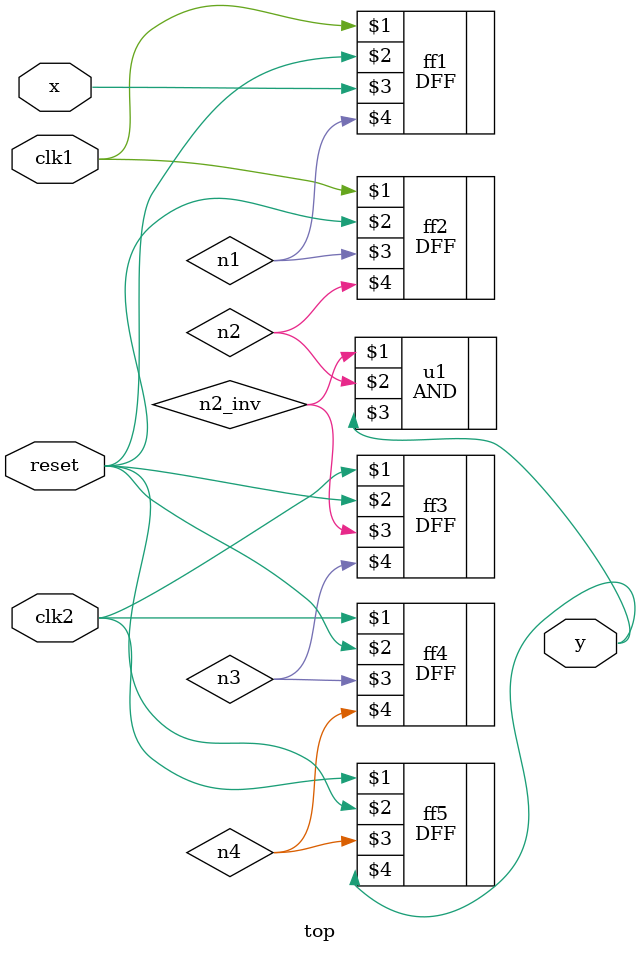
<source format=v>
module top (reset, clk1, clk2, x, y);

	input reset, clk1, clk2, x;
	output y;

	DFF ff1 (clk1, reset, x, n1);
	DFF ff2 (clk1, reset, n1, n2);

	AND u1 (n2_inv, n2, y);

	DFF ff3 (clk2, reset, n2_inv, n3);
	DFF ff4 (clk2, reset, n3, n4);
	DFF ff5 (clk2, reset, n4, y);

endmodule
</source>
